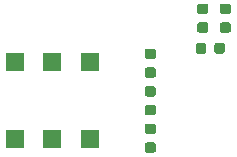
<source format=gbr>
G04 #@! TF.GenerationSoftware,KiCad,Pcbnew,(5.1.5)-3*
G04 #@! TF.CreationDate,2020-05-24T20:06:03+02:00*
G04 #@! TF.ProjectId,RiserBoard,52697365-7242-46f6-9172-642e6b696361,v0.1*
G04 #@! TF.SameCoordinates,Original*
G04 #@! TF.FileFunction,Paste,Top*
G04 #@! TF.FilePolarity,Positive*
%FSLAX46Y46*%
G04 Gerber Fmt 4.6, Leading zero omitted, Abs format (unit mm)*
G04 Created by KiCad (PCBNEW (5.1.5)-3) date 2020-05-24 20:06:03*
%MOMM*%
%LPD*%
G04 APERTURE LIST*
%ADD10R,1.500000X1.500000*%
%ADD11C,0.100000*%
G04 APERTURE END LIST*
D10*
X134605000Y-88825000D03*
X134605000Y-95325000D03*
X131405000Y-88825000D03*
X131405000Y-95325000D03*
X128205000Y-88825000D03*
X128205000Y-95325000D03*
D11*
G36*
X146327691Y-85441053D02*
G01*
X146348926Y-85444203D01*
X146369750Y-85449419D01*
X146389962Y-85456651D01*
X146409368Y-85465830D01*
X146427781Y-85476866D01*
X146445024Y-85489654D01*
X146460930Y-85504070D01*
X146475346Y-85519976D01*
X146488134Y-85537219D01*
X146499170Y-85555632D01*
X146508349Y-85575038D01*
X146515581Y-85595250D01*
X146520797Y-85616074D01*
X146523947Y-85637309D01*
X146525000Y-85658750D01*
X146525000Y-86096250D01*
X146523947Y-86117691D01*
X146520797Y-86138926D01*
X146515581Y-86159750D01*
X146508349Y-86179962D01*
X146499170Y-86199368D01*
X146488134Y-86217781D01*
X146475346Y-86235024D01*
X146460930Y-86250930D01*
X146445024Y-86265346D01*
X146427781Y-86278134D01*
X146409368Y-86289170D01*
X146389962Y-86298349D01*
X146369750Y-86305581D01*
X146348926Y-86310797D01*
X146327691Y-86313947D01*
X146306250Y-86315000D01*
X145793750Y-86315000D01*
X145772309Y-86313947D01*
X145751074Y-86310797D01*
X145730250Y-86305581D01*
X145710038Y-86298349D01*
X145690632Y-86289170D01*
X145672219Y-86278134D01*
X145654976Y-86265346D01*
X145639070Y-86250930D01*
X145624654Y-86235024D01*
X145611866Y-86217781D01*
X145600830Y-86199368D01*
X145591651Y-86179962D01*
X145584419Y-86159750D01*
X145579203Y-86138926D01*
X145576053Y-86117691D01*
X145575000Y-86096250D01*
X145575000Y-85658750D01*
X145576053Y-85637309D01*
X145579203Y-85616074D01*
X145584419Y-85595250D01*
X145591651Y-85575038D01*
X145600830Y-85555632D01*
X145611866Y-85537219D01*
X145624654Y-85519976D01*
X145639070Y-85504070D01*
X145654976Y-85489654D01*
X145672219Y-85476866D01*
X145690632Y-85465830D01*
X145710038Y-85456651D01*
X145730250Y-85449419D01*
X145751074Y-85444203D01*
X145772309Y-85441053D01*
X145793750Y-85440000D01*
X146306250Y-85440000D01*
X146327691Y-85441053D01*
G37*
G36*
X146327691Y-83866053D02*
G01*
X146348926Y-83869203D01*
X146369750Y-83874419D01*
X146389962Y-83881651D01*
X146409368Y-83890830D01*
X146427781Y-83901866D01*
X146445024Y-83914654D01*
X146460930Y-83929070D01*
X146475346Y-83944976D01*
X146488134Y-83962219D01*
X146499170Y-83980632D01*
X146508349Y-84000038D01*
X146515581Y-84020250D01*
X146520797Y-84041074D01*
X146523947Y-84062309D01*
X146525000Y-84083750D01*
X146525000Y-84521250D01*
X146523947Y-84542691D01*
X146520797Y-84563926D01*
X146515581Y-84584750D01*
X146508349Y-84604962D01*
X146499170Y-84624368D01*
X146488134Y-84642781D01*
X146475346Y-84660024D01*
X146460930Y-84675930D01*
X146445024Y-84690346D01*
X146427781Y-84703134D01*
X146409368Y-84714170D01*
X146389962Y-84723349D01*
X146369750Y-84730581D01*
X146348926Y-84735797D01*
X146327691Y-84738947D01*
X146306250Y-84740000D01*
X145793750Y-84740000D01*
X145772309Y-84738947D01*
X145751074Y-84735797D01*
X145730250Y-84730581D01*
X145710038Y-84723349D01*
X145690632Y-84714170D01*
X145672219Y-84703134D01*
X145654976Y-84690346D01*
X145639070Y-84675930D01*
X145624654Y-84660024D01*
X145611866Y-84642781D01*
X145600830Y-84624368D01*
X145591651Y-84604962D01*
X145584419Y-84584750D01*
X145579203Y-84563926D01*
X145576053Y-84542691D01*
X145575000Y-84521250D01*
X145575000Y-84083750D01*
X145576053Y-84062309D01*
X145579203Y-84041074D01*
X145584419Y-84020250D01*
X145591651Y-84000038D01*
X145600830Y-83980632D01*
X145611866Y-83962219D01*
X145624654Y-83944976D01*
X145639070Y-83929070D01*
X145654976Y-83914654D01*
X145672219Y-83901866D01*
X145690632Y-83890830D01*
X145710038Y-83881651D01*
X145730250Y-83874419D01*
X145751074Y-83869203D01*
X145772309Y-83866053D01*
X145793750Y-83865000D01*
X146306250Y-83865000D01*
X146327691Y-83866053D01*
G37*
G36*
X144422691Y-85441053D02*
G01*
X144443926Y-85444203D01*
X144464750Y-85449419D01*
X144484962Y-85456651D01*
X144504368Y-85465830D01*
X144522781Y-85476866D01*
X144540024Y-85489654D01*
X144555930Y-85504070D01*
X144570346Y-85519976D01*
X144583134Y-85537219D01*
X144594170Y-85555632D01*
X144603349Y-85575038D01*
X144610581Y-85595250D01*
X144615797Y-85616074D01*
X144618947Y-85637309D01*
X144620000Y-85658750D01*
X144620000Y-86096250D01*
X144618947Y-86117691D01*
X144615797Y-86138926D01*
X144610581Y-86159750D01*
X144603349Y-86179962D01*
X144594170Y-86199368D01*
X144583134Y-86217781D01*
X144570346Y-86235024D01*
X144555930Y-86250930D01*
X144540024Y-86265346D01*
X144522781Y-86278134D01*
X144504368Y-86289170D01*
X144484962Y-86298349D01*
X144464750Y-86305581D01*
X144443926Y-86310797D01*
X144422691Y-86313947D01*
X144401250Y-86315000D01*
X143888750Y-86315000D01*
X143867309Y-86313947D01*
X143846074Y-86310797D01*
X143825250Y-86305581D01*
X143805038Y-86298349D01*
X143785632Y-86289170D01*
X143767219Y-86278134D01*
X143749976Y-86265346D01*
X143734070Y-86250930D01*
X143719654Y-86235024D01*
X143706866Y-86217781D01*
X143695830Y-86199368D01*
X143686651Y-86179962D01*
X143679419Y-86159750D01*
X143674203Y-86138926D01*
X143671053Y-86117691D01*
X143670000Y-86096250D01*
X143670000Y-85658750D01*
X143671053Y-85637309D01*
X143674203Y-85616074D01*
X143679419Y-85595250D01*
X143686651Y-85575038D01*
X143695830Y-85555632D01*
X143706866Y-85537219D01*
X143719654Y-85519976D01*
X143734070Y-85504070D01*
X143749976Y-85489654D01*
X143767219Y-85476866D01*
X143785632Y-85465830D01*
X143805038Y-85456651D01*
X143825250Y-85449419D01*
X143846074Y-85444203D01*
X143867309Y-85441053D01*
X143888750Y-85440000D01*
X144401250Y-85440000D01*
X144422691Y-85441053D01*
G37*
G36*
X144422691Y-83866053D02*
G01*
X144443926Y-83869203D01*
X144464750Y-83874419D01*
X144484962Y-83881651D01*
X144504368Y-83890830D01*
X144522781Y-83901866D01*
X144540024Y-83914654D01*
X144555930Y-83929070D01*
X144570346Y-83944976D01*
X144583134Y-83962219D01*
X144594170Y-83980632D01*
X144603349Y-84000038D01*
X144610581Y-84020250D01*
X144615797Y-84041074D01*
X144618947Y-84062309D01*
X144620000Y-84083750D01*
X144620000Y-84521250D01*
X144618947Y-84542691D01*
X144615797Y-84563926D01*
X144610581Y-84584750D01*
X144603349Y-84604962D01*
X144594170Y-84624368D01*
X144583134Y-84642781D01*
X144570346Y-84660024D01*
X144555930Y-84675930D01*
X144540024Y-84690346D01*
X144522781Y-84703134D01*
X144504368Y-84714170D01*
X144484962Y-84723349D01*
X144464750Y-84730581D01*
X144443926Y-84735797D01*
X144422691Y-84738947D01*
X144401250Y-84740000D01*
X143888750Y-84740000D01*
X143867309Y-84738947D01*
X143846074Y-84735797D01*
X143825250Y-84730581D01*
X143805038Y-84723349D01*
X143785632Y-84714170D01*
X143767219Y-84703134D01*
X143749976Y-84690346D01*
X143734070Y-84675930D01*
X143719654Y-84660024D01*
X143706866Y-84642781D01*
X143695830Y-84624368D01*
X143686651Y-84604962D01*
X143679419Y-84584750D01*
X143674203Y-84563926D01*
X143671053Y-84542691D01*
X143670000Y-84521250D01*
X143670000Y-84083750D01*
X143671053Y-84062309D01*
X143674203Y-84041074D01*
X143679419Y-84020250D01*
X143686651Y-84000038D01*
X143695830Y-83980632D01*
X143706866Y-83962219D01*
X143719654Y-83944976D01*
X143734070Y-83929070D01*
X143749976Y-83914654D01*
X143767219Y-83901866D01*
X143785632Y-83890830D01*
X143805038Y-83881651D01*
X143825250Y-83874419D01*
X143846074Y-83869203D01*
X143867309Y-83866053D01*
X143888750Y-83865000D01*
X144401250Y-83865000D01*
X144422691Y-83866053D01*
G37*
G36*
X139977691Y-95601053D02*
G01*
X139998926Y-95604203D01*
X140019750Y-95609419D01*
X140039962Y-95616651D01*
X140059368Y-95625830D01*
X140077781Y-95636866D01*
X140095024Y-95649654D01*
X140110930Y-95664070D01*
X140125346Y-95679976D01*
X140138134Y-95697219D01*
X140149170Y-95715632D01*
X140158349Y-95735038D01*
X140165581Y-95755250D01*
X140170797Y-95776074D01*
X140173947Y-95797309D01*
X140175000Y-95818750D01*
X140175000Y-96256250D01*
X140173947Y-96277691D01*
X140170797Y-96298926D01*
X140165581Y-96319750D01*
X140158349Y-96339962D01*
X140149170Y-96359368D01*
X140138134Y-96377781D01*
X140125346Y-96395024D01*
X140110930Y-96410930D01*
X140095024Y-96425346D01*
X140077781Y-96438134D01*
X140059368Y-96449170D01*
X140039962Y-96458349D01*
X140019750Y-96465581D01*
X139998926Y-96470797D01*
X139977691Y-96473947D01*
X139956250Y-96475000D01*
X139443750Y-96475000D01*
X139422309Y-96473947D01*
X139401074Y-96470797D01*
X139380250Y-96465581D01*
X139360038Y-96458349D01*
X139340632Y-96449170D01*
X139322219Y-96438134D01*
X139304976Y-96425346D01*
X139289070Y-96410930D01*
X139274654Y-96395024D01*
X139261866Y-96377781D01*
X139250830Y-96359368D01*
X139241651Y-96339962D01*
X139234419Y-96319750D01*
X139229203Y-96298926D01*
X139226053Y-96277691D01*
X139225000Y-96256250D01*
X139225000Y-95818750D01*
X139226053Y-95797309D01*
X139229203Y-95776074D01*
X139234419Y-95755250D01*
X139241651Y-95735038D01*
X139250830Y-95715632D01*
X139261866Y-95697219D01*
X139274654Y-95679976D01*
X139289070Y-95664070D01*
X139304976Y-95649654D01*
X139322219Y-95636866D01*
X139340632Y-95625830D01*
X139360038Y-95616651D01*
X139380250Y-95609419D01*
X139401074Y-95604203D01*
X139422309Y-95601053D01*
X139443750Y-95600000D01*
X139956250Y-95600000D01*
X139977691Y-95601053D01*
G37*
G36*
X139977691Y-94026053D02*
G01*
X139998926Y-94029203D01*
X140019750Y-94034419D01*
X140039962Y-94041651D01*
X140059368Y-94050830D01*
X140077781Y-94061866D01*
X140095024Y-94074654D01*
X140110930Y-94089070D01*
X140125346Y-94104976D01*
X140138134Y-94122219D01*
X140149170Y-94140632D01*
X140158349Y-94160038D01*
X140165581Y-94180250D01*
X140170797Y-94201074D01*
X140173947Y-94222309D01*
X140175000Y-94243750D01*
X140175000Y-94681250D01*
X140173947Y-94702691D01*
X140170797Y-94723926D01*
X140165581Y-94744750D01*
X140158349Y-94764962D01*
X140149170Y-94784368D01*
X140138134Y-94802781D01*
X140125346Y-94820024D01*
X140110930Y-94835930D01*
X140095024Y-94850346D01*
X140077781Y-94863134D01*
X140059368Y-94874170D01*
X140039962Y-94883349D01*
X140019750Y-94890581D01*
X139998926Y-94895797D01*
X139977691Y-94898947D01*
X139956250Y-94900000D01*
X139443750Y-94900000D01*
X139422309Y-94898947D01*
X139401074Y-94895797D01*
X139380250Y-94890581D01*
X139360038Y-94883349D01*
X139340632Y-94874170D01*
X139322219Y-94863134D01*
X139304976Y-94850346D01*
X139289070Y-94835930D01*
X139274654Y-94820024D01*
X139261866Y-94802781D01*
X139250830Y-94784368D01*
X139241651Y-94764962D01*
X139234419Y-94744750D01*
X139229203Y-94723926D01*
X139226053Y-94702691D01*
X139225000Y-94681250D01*
X139225000Y-94243750D01*
X139226053Y-94222309D01*
X139229203Y-94201074D01*
X139234419Y-94180250D01*
X139241651Y-94160038D01*
X139250830Y-94140632D01*
X139261866Y-94122219D01*
X139274654Y-94104976D01*
X139289070Y-94089070D01*
X139304976Y-94074654D01*
X139322219Y-94061866D01*
X139340632Y-94050830D01*
X139360038Y-94041651D01*
X139380250Y-94034419D01*
X139401074Y-94029203D01*
X139422309Y-94026053D01*
X139443750Y-94025000D01*
X139956250Y-94025000D01*
X139977691Y-94026053D01*
G37*
G36*
X139977691Y-90851053D02*
G01*
X139998926Y-90854203D01*
X140019750Y-90859419D01*
X140039962Y-90866651D01*
X140059368Y-90875830D01*
X140077781Y-90886866D01*
X140095024Y-90899654D01*
X140110930Y-90914070D01*
X140125346Y-90929976D01*
X140138134Y-90947219D01*
X140149170Y-90965632D01*
X140158349Y-90985038D01*
X140165581Y-91005250D01*
X140170797Y-91026074D01*
X140173947Y-91047309D01*
X140175000Y-91068750D01*
X140175000Y-91506250D01*
X140173947Y-91527691D01*
X140170797Y-91548926D01*
X140165581Y-91569750D01*
X140158349Y-91589962D01*
X140149170Y-91609368D01*
X140138134Y-91627781D01*
X140125346Y-91645024D01*
X140110930Y-91660930D01*
X140095024Y-91675346D01*
X140077781Y-91688134D01*
X140059368Y-91699170D01*
X140039962Y-91708349D01*
X140019750Y-91715581D01*
X139998926Y-91720797D01*
X139977691Y-91723947D01*
X139956250Y-91725000D01*
X139443750Y-91725000D01*
X139422309Y-91723947D01*
X139401074Y-91720797D01*
X139380250Y-91715581D01*
X139360038Y-91708349D01*
X139340632Y-91699170D01*
X139322219Y-91688134D01*
X139304976Y-91675346D01*
X139289070Y-91660930D01*
X139274654Y-91645024D01*
X139261866Y-91627781D01*
X139250830Y-91609368D01*
X139241651Y-91589962D01*
X139234419Y-91569750D01*
X139229203Y-91548926D01*
X139226053Y-91527691D01*
X139225000Y-91506250D01*
X139225000Y-91068750D01*
X139226053Y-91047309D01*
X139229203Y-91026074D01*
X139234419Y-91005250D01*
X139241651Y-90985038D01*
X139250830Y-90965632D01*
X139261866Y-90947219D01*
X139274654Y-90929976D01*
X139289070Y-90914070D01*
X139304976Y-90899654D01*
X139322219Y-90886866D01*
X139340632Y-90875830D01*
X139360038Y-90866651D01*
X139380250Y-90859419D01*
X139401074Y-90854203D01*
X139422309Y-90851053D01*
X139443750Y-90850000D01*
X139956250Y-90850000D01*
X139977691Y-90851053D01*
G37*
G36*
X139977691Y-92426053D02*
G01*
X139998926Y-92429203D01*
X140019750Y-92434419D01*
X140039962Y-92441651D01*
X140059368Y-92450830D01*
X140077781Y-92461866D01*
X140095024Y-92474654D01*
X140110930Y-92489070D01*
X140125346Y-92504976D01*
X140138134Y-92522219D01*
X140149170Y-92540632D01*
X140158349Y-92560038D01*
X140165581Y-92580250D01*
X140170797Y-92601074D01*
X140173947Y-92622309D01*
X140175000Y-92643750D01*
X140175000Y-93081250D01*
X140173947Y-93102691D01*
X140170797Y-93123926D01*
X140165581Y-93144750D01*
X140158349Y-93164962D01*
X140149170Y-93184368D01*
X140138134Y-93202781D01*
X140125346Y-93220024D01*
X140110930Y-93235930D01*
X140095024Y-93250346D01*
X140077781Y-93263134D01*
X140059368Y-93274170D01*
X140039962Y-93283349D01*
X140019750Y-93290581D01*
X139998926Y-93295797D01*
X139977691Y-93298947D01*
X139956250Y-93300000D01*
X139443750Y-93300000D01*
X139422309Y-93298947D01*
X139401074Y-93295797D01*
X139380250Y-93290581D01*
X139360038Y-93283349D01*
X139340632Y-93274170D01*
X139322219Y-93263134D01*
X139304976Y-93250346D01*
X139289070Y-93235930D01*
X139274654Y-93220024D01*
X139261866Y-93202781D01*
X139250830Y-93184368D01*
X139241651Y-93164962D01*
X139234419Y-93144750D01*
X139229203Y-93123926D01*
X139226053Y-93102691D01*
X139225000Y-93081250D01*
X139225000Y-92643750D01*
X139226053Y-92622309D01*
X139229203Y-92601074D01*
X139234419Y-92580250D01*
X139241651Y-92560038D01*
X139250830Y-92540632D01*
X139261866Y-92522219D01*
X139274654Y-92504976D01*
X139289070Y-92489070D01*
X139304976Y-92474654D01*
X139322219Y-92461866D01*
X139340632Y-92450830D01*
X139360038Y-92441651D01*
X139380250Y-92434419D01*
X139401074Y-92429203D01*
X139422309Y-92426053D01*
X139443750Y-92425000D01*
X139956250Y-92425000D01*
X139977691Y-92426053D01*
G37*
G36*
X139977691Y-89251053D02*
G01*
X139998926Y-89254203D01*
X140019750Y-89259419D01*
X140039962Y-89266651D01*
X140059368Y-89275830D01*
X140077781Y-89286866D01*
X140095024Y-89299654D01*
X140110930Y-89314070D01*
X140125346Y-89329976D01*
X140138134Y-89347219D01*
X140149170Y-89365632D01*
X140158349Y-89385038D01*
X140165581Y-89405250D01*
X140170797Y-89426074D01*
X140173947Y-89447309D01*
X140175000Y-89468750D01*
X140175000Y-89906250D01*
X140173947Y-89927691D01*
X140170797Y-89948926D01*
X140165581Y-89969750D01*
X140158349Y-89989962D01*
X140149170Y-90009368D01*
X140138134Y-90027781D01*
X140125346Y-90045024D01*
X140110930Y-90060930D01*
X140095024Y-90075346D01*
X140077781Y-90088134D01*
X140059368Y-90099170D01*
X140039962Y-90108349D01*
X140019750Y-90115581D01*
X139998926Y-90120797D01*
X139977691Y-90123947D01*
X139956250Y-90125000D01*
X139443750Y-90125000D01*
X139422309Y-90123947D01*
X139401074Y-90120797D01*
X139380250Y-90115581D01*
X139360038Y-90108349D01*
X139340632Y-90099170D01*
X139322219Y-90088134D01*
X139304976Y-90075346D01*
X139289070Y-90060930D01*
X139274654Y-90045024D01*
X139261866Y-90027781D01*
X139250830Y-90009368D01*
X139241651Y-89989962D01*
X139234419Y-89969750D01*
X139229203Y-89948926D01*
X139226053Y-89927691D01*
X139225000Y-89906250D01*
X139225000Y-89468750D01*
X139226053Y-89447309D01*
X139229203Y-89426074D01*
X139234419Y-89405250D01*
X139241651Y-89385038D01*
X139250830Y-89365632D01*
X139261866Y-89347219D01*
X139274654Y-89329976D01*
X139289070Y-89314070D01*
X139304976Y-89299654D01*
X139322219Y-89286866D01*
X139340632Y-89275830D01*
X139360038Y-89266651D01*
X139380250Y-89259419D01*
X139401074Y-89254203D01*
X139422309Y-89251053D01*
X139443750Y-89250000D01*
X139956250Y-89250000D01*
X139977691Y-89251053D01*
G37*
G36*
X139977691Y-87676053D02*
G01*
X139998926Y-87679203D01*
X140019750Y-87684419D01*
X140039962Y-87691651D01*
X140059368Y-87700830D01*
X140077781Y-87711866D01*
X140095024Y-87724654D01*
X140110930Y-87739070D01*
X140125346Y-87754976D01*
X140138134Y-87772219D01*
X140149170Y-87790632D01*
X140158349Y-87810038D01*
X140165581Y-87830250D01*
X140170797Y-87851074D01*
X140173947Y-87872309D01*
X140175000Y-87893750D01*
X140175000Y-88331250D01*
X140173947Y-88352691D01*
X140170797Y-88373926D01*
X140165581Y-88394750D01*
X140158349Y-88414962D01*
X140149170Y-88434368D01*
X140138134Y-88452781D01*
X140125346Y-88470024D01*
X140110930Y-88485930D01*
X140095024Y-88500346D01*
X140077781Y-88513134D01*
X140059368Y-88524170D01*
X140039962Y-88533349D01*
X140019750Y-88540581D01*
X139998926Y-88545797D01*
X139977691Y-88548947D01*
X139956250Y-88550000D01*
X139443750Y-88550000D01*
X139422309Y-88548947D01*
X139401074Y-88545797D01*
X139380250Y-88540581D01*
X139360038Y-88533349D01*
X139340632Y-88524170D01*
X139322219Y-88513134D01*
X139304976Y-88500346D01*
X139289070Y-88485930D01*
X139274654Y-88470024D01*
X139261866Y-88452781D01*
X139250830Y-88434368D01*
X139241651Y-88414962D01*
X139234419Y-88394750D01*
X139229203Y-88373926D01*
X139226053Y-88352691D01*
X139225000Y-88331250D01*
X139225000Y-87893750D01*
X139226053Y-87872309D01*
X139229203Y-87851074D01*
X139234419Y-87830250D01*
X139241651Y-87810038D01*
X139250830Y-87790632D01*
X139261866Y-87772219D01*
X139274654Y-87754976D01*
X139289070Y-87739070D01*
X139304976Y-87724654D01*
X139322219Y-87711866D01*
X139340632Y-87700830D01*
X139360038Y-87691651D01*
X139380250Y-87684419D01*
X139401074Y-87679203D01*
X139422309Y-87676053D01*
X139443750Y-87675000D01*
X139956250Y-87675000D01*
X139977691Y-87676053D01*
G37*
G36*
X145807691Y-87156053D02*
G01*
X145828926Y-87159203D01*
X145849750Y-87164419D01*
X145869962Y-87171651D01*
X145889368Y-87180830D01*
X145907781Y-87191866D01*
X145925024Y-87204654D01*
X145940930Y-87219070D01*
X145955346Y-87234976D01*
X145968134Y-87252219D01*
X145979170Y-87270632D01*
X145988349Y-87290038D01*
X145995581Y-87310250D01*
X146000797Y-87331074D01*
X146003947Y-87352309D01*
X146005000Y-87373750D01*
X146005000Y-87886250D01*
X146003947Y-87907691D01*
X146000797Y-87928926D01*
X145995581Y-87949750D01*
X145988349Y-87969962D01*
X145979170Y-87989368D01*
X145968134Y-88007781D01*
X145955346Y-88025024D01*
X145940930Y-88040930D01*
X145925024Y-88055346D01*
X145907781Y-88068134D01*
X145889368Y-88079170D01*
X145869962Y-88088349D01*
X145849750Y-88095581D01*
X145828926Y-88100797D01*
X145807691Y-88103947D01*
X145786250Y-88105000D01*
X145348750Y-88105000D01*
X145327309Y-88103947D01*
X145306074Y-88100797D01*
X145285250Y-88095581D01*
X145265038Y-88088349D01*
X145245632Y-88079170D01*
X145227219Y-88068134D01*
X145209976Y-88055346D01*
X145194070Y-88040930D01*
X145179654Y-88025024D01*
X145166866Y-88007781D01*
X145155830Y-87989368D01*
X145146651Y-87969962D01*
X145139419Y-87949750D01*
X145134203Y-87928926D01*
X145131053Y-87907691D01*
X145130000Y-87886250D01*
X145130000Y-87373750D01*
X145131053Y-87352309D01*
X145134203Y-87331074D01*
X145139419Y-87310250D01*
X145146651Y-87290038D01*
X145155830Y-87270632D01*
X145166866Y-87252219D01*
X145179654Y-87234976D01*
X145194070Y-87219070D01*
X145209976Y-87204654D01*
X145227219Y-87191866D01*
X145245632Y-87180830D01*
X145265038Y-87171651D01*
X145285250Y-87164419D01*
X145306074Y-87159203D01*
X145327309Y-87156053D01*
X145348750Y-87155000D01*
X145786250Y-87155000D01*
X145807691Y-87156053D01*
G37*
G36*
X144232691Y-87156053D02*
G01*
X144253926Y-87159203D01*
X144274750Y-87164419D01*
X144294962Y-87171651D01*
X144314368Y-87180830D01*
X144332781Y-87191866D01*
X144350024Y-87204654D01*
X144365930Y-87219070D01*
X144380346Y-87234976D01*
X144393134Y-87252219D01*
X144404170Y-87270632D01*
X144413349Y-87290038D01*
X144420581Y-87310250D01*
X144425797Y-87331074D01*
X144428947Y-87352309D01*
X144430000Y-87373750D01*
X144430000Y-87886250D01*
X144428947Y-87907691D01*
X144425797Y-87928926D01*
X144420581Y-87949750D01*
X144413349Y-87969962D01*
X144404170Y-87989368D01*
X144393134Y-88007781D01*
X144380346Y-88025024D01*
X144365930Y-88040930D01*
X144350024Y-88055346D01*
X144332781Y-88068134D01*
X144314368Y-88079170D01*
X144294962Y-88088349D01*
X144274750Y-88095581D01*
X144253926Y-88100797D01*
X144232691Y-88103947D01*
X144211250Y-88105000D01*
X143773750Y-88105000D01*
X143752309Y-88103947D01*
X143731074Y-88100797D01*
X143710250Y-88095581D01*
X143690038Y-88088349D01*
X143670632Y-88079170D01*
X143652219Y-88068134D01*
X143634976Y-88055346D01*
X143619070Y-88040930D01*
X143604654Y-88025024D01*
X143591866Y-88007781D01*
X143580830Y-87989368D01*
X143571651Y-87969962D01*
X143564419Y-87949750D01*
X143559203Y-87928926D01*
X143556053Y-87907691D01*
X143555000Y-87886250D01*
X143555000Y-87373750D01*
X143556053Y-87352309D01*
X143559203Y-87331074D01*
X143564419Y-87310250D01*
X143571651Y-87290038D01*
X143580830Y-87270632D01*
X143591866Y-87252219D01*
X143604654Y-87234976D01*
X143619070Y-87219070D01*
X143634976Y-87204654D01*
X143652219Y-87191866D01*
X143670632Y-87180830D01*
X143690038Y-87171651D01*
X143710250Y-87164419D01*
X143731074Y-87159203D01*
X143752309Y-87156053D01*
X143773750Y-87155000D01*
X144211250Y-87155000D01*
X144232691Y-87156053D01*
G37*
M02*

</source>
